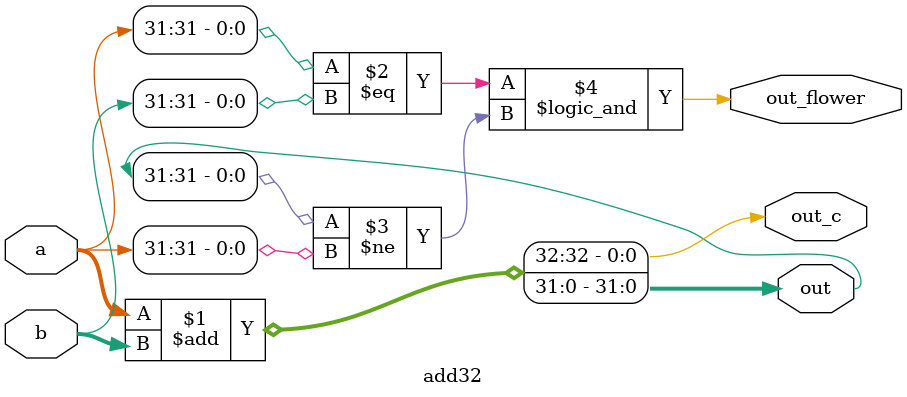
<source format=v>
/*32位加法器*/
//注意：此处a和b不区分为补码or原码
//仅对其进行加法运算处理。
//例如对于补码：
//1,异号运算后，out_flower始终为0,而out_c则可能0或1
//2,同正号运算，out_flower可能为1,而out_c则始终为0
//3,同负号运算，out_flower可能为1,而out_c则始终为1
module add32(
        input [31:0] a,
        input [31:0] b,
        output [31:0] out,
        output out_c,
        output out_flower
);
        assign {out_c, out} = a + b;
        assign out_flower = (a[31] == b[31]) && (out[31] != a[31]);

endmodule

</source>
